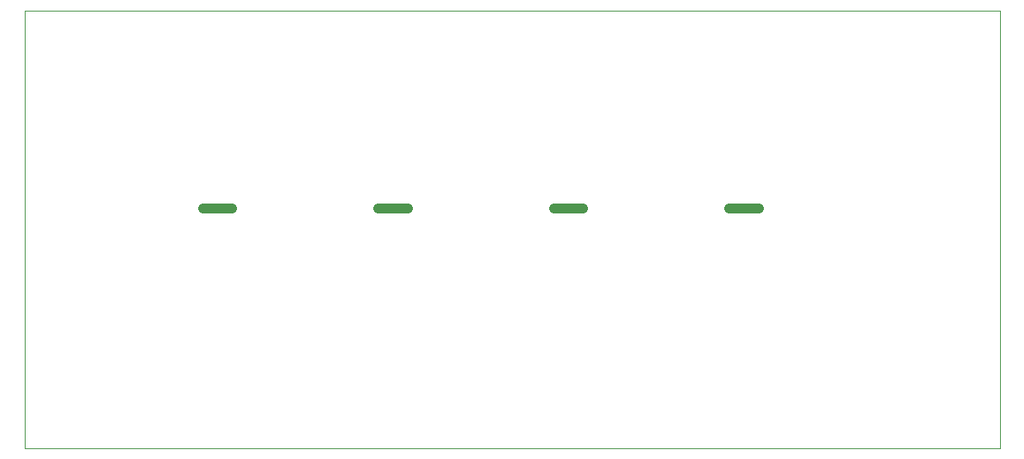
<source format=gm1>
G75*
G70*
%OFA0B0*%
%FSLAX24Y24*%
%IPPOS*%
%LPD*%
%AMOC8*
5,1,8,0,0,1.08239X$1,22.5*
%
%ADD10C,0.0000*%
%ADD11C,0.0394*%
D10*
X000836Y001074D02*
X000836Y018752D01*
X040206Y018752D01*
X040206Y001074D01*
X000836Y001074D01*
D11*
X008040Y010759D02*
X009221Y010759D01*
X015127Y010759D02*
X016308Y010759D01*
X022214Y010759D02*
X023395Y010759D01*
X029300Y010759D02*
X030481Y010759D01*
M02*

</source>
